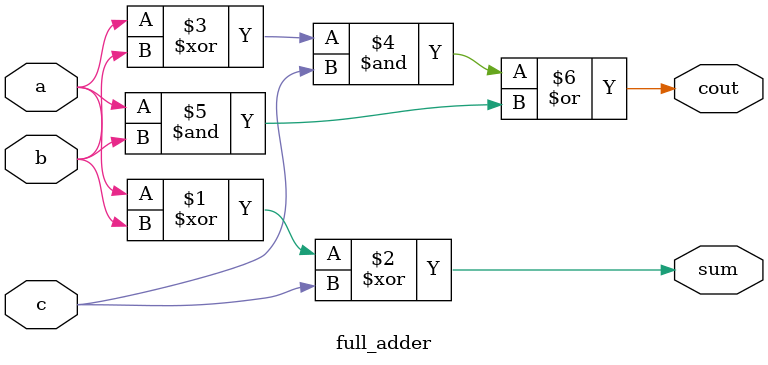
<source format=v>
module full_adder(a,b,c,sum,cout);
	input a, b, c;
	output sum, cout;

	assign sum = a ^ b^ c;
	assign cout = ((a ^ b) & c) | (a & b);
endmodule

</source>
